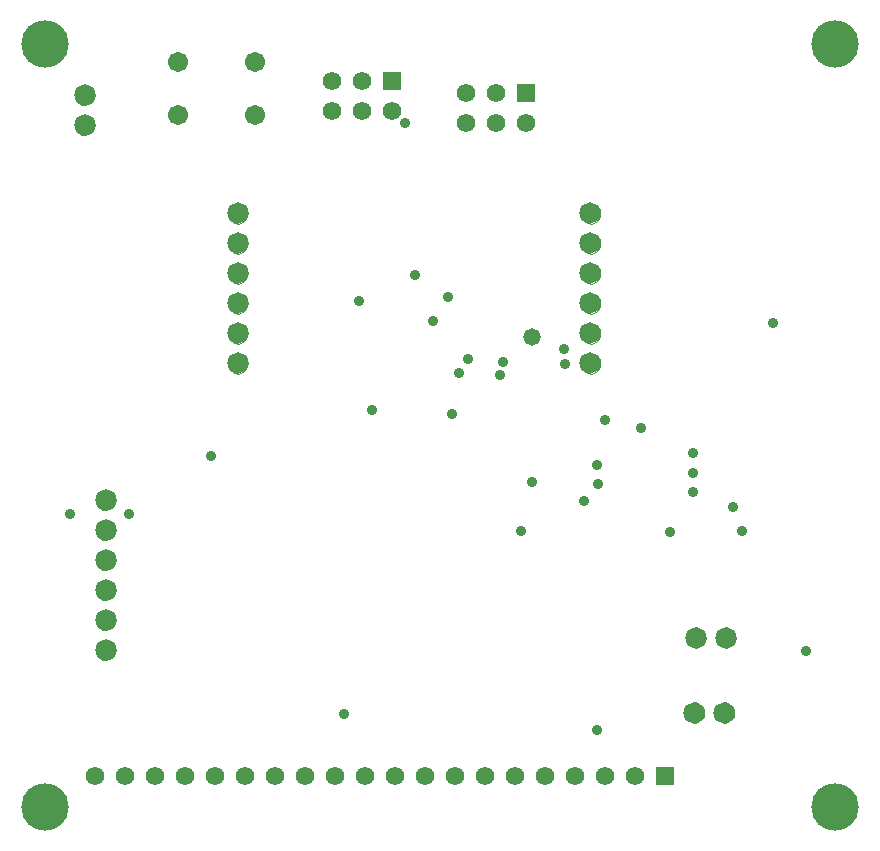
<source format=gbs>
G04*
G04 #@! TF.GenerationSoftware,Altium Limited,Altium Designer,22.0.2 (36)*
G04*
G04 Layer_Color=16711935*
%FSLAX25Y25*%
%MOIN*%
G70*
G04*
G04 #@! TF.SameCoordinates,531B55E9-8988-4262-B8BE-2375E0DFDCCA*
G04*
G04*
G04 #@! TF.FilePolarity,Negative*
G04*
G01*
G75*
%ADD30C,0.00000*%
%ADD40C,0.07178*%
%ADD41C,0.06706*%
%ADD42R,0.06194X0.06194*%
%ADD43C,0.06194*%
%ADD44C,0.15800*%
%ADD45C,0.03600*%
%ADD46C,0.05800*%
D30*
X26251Y237889D02*
X26100Y238888D01*
X25662Y239798D01*
X24974Y240539D01*
X24099Y241044D01*
X23114Y241269D01*
X22106Y241194D01*
X21166Y240824D01*
X20376Y240194D01*
X19807Y239359D01*
X19509Y238394D01*
Y237383D01*
X19807Y236418D01*
X20376Y235583D01*
X21166Y234953D01*
X22106Y234583D01*
X23114Y234508D01*
X24099Y234733D01*
X24974Y235238D01*
X25662Y235979D01*
X26100Y236889D01*
X26251Y237889D01*
Y247888D02*
X26100Y248888D01*
X25662Y249798D01*
X24974Y250539D01*
X24099Y251044D01*
X23114Y251269D01*
X22106Y251193D01*
X21166Y250824D01*
X20376Y250194D01*
X19807Y249359D01*
X19509Y248394D01*
Y247383D01*
X19807Y246418D01*
X20376Y245583D01*
X21166Y244953D01*
X22106Y244583D01*
X23114Y244508D01*
X24099Y244733D01*
X24974Y245238D01*
X25662Y245979D01*
X26100Y246889D01*
X26251Y247888D01*
X229890Y67000D02*
X229739Y67999D01*
X229301Y68910D01*
X228614Y69650D01*
X227738Y70156D01*
X226753Y70381D01*
X225746Y70305D01*
X224805Y69936D01*
X224015Y69306D01*
X223446Y68471D01*
X223148Y67505D01*
Y66495D01*
X223446Y65529D01*
X224015Y64694D01*
X224805Y64064D01*
X225746Y63695D01*
X226753Y63619D01*
X227738Y63844D01*
X228614Y64350D01*
X229301Y65090D01*
X229739Y66001D01*
X229890Y67000D01*
X239890D02*
X239739Y67999D01*
X239301Y68910D01*
X238614Y69650D01*
X237738Y70156D01*
X236753Y70381D01*
X235746Y70305D01*
X234805Y69936D01*
X234015Y69306D01*
X233446Y68471D01*
X233148Y67505D01*
Y66495D01*
X233446Y65529D01*
X234015Y64694D01*
X234805Y64064D01*
X235746Y63695D01*
X236753Y63619D01*
X237738Y63844D01*
X238614Y64350D01*
X239301Y65090D01*
X239739Y66001D01*
X239890Y67000D01*
X229390Y42000D02*
X229239Y42999D01*
X228801Y43910D01*
X228114Y44650D01*
X227238Y45156D01*
X226253Y45380D01*
X225246Y45305D01*
X224305Y44936D01*
X223515Y44306D01*
X222946Y43471D01*
X222648Y42505D01*
Y41495D01*
X222946Y40529D01*
X223515Y39694D01*
X224305Y39064D01*
X225246Y38695D01*
X226253Y38619D01*
X227238Y38844D01*
X228114Y39349D01*
X228801Y40090D01*
X229239Y41001D01*
X229390Y42000D01*
X239390D02*
X239239Y42999D01*
X238801Y43910D01*
X238114Y44650D01*
X237239Y45156D01*
X236253Y45380D01*
X235246Y45305D01*
X234305Y44936D01*
X233515Y44306D01*
X232946Y43471D01*
X232648Y42505D01*
Y41495D01*
X232946Y40529D01*
X233515Y39694D01*
X234305Y39064D01*
X235246Y38695D01*
X236253Y38619D01*
X237239Y38844D01*
X238114Y39349D01*
X238801Y40090D01*
X239239Y41001D01*
X239390Y42000D01*
X77251Y158361D02*
X77100Y159360D01*
X76662Y160271D01*
X75975Y161011D01*
X75099Y161517D01*
X74114Y161741D01*
X73106Y161666D01*
X72166Y161297D01*
X71376Y160667D01*
X70807Y159832D01*
X70509Y158866D01*
Y157856D01*
X70807Y156890D01*
X71376Y156055D01*
X72166Y155425D01*
X73106Y155056D01*
X74114Y154980D01*
X75099Y155205D01*
X75975Y155710D01*
X76662Y156451D01*
X77100Y157362D01*
X77251Y158361D01*
Y168361D02*
X77100Y169360D01*
X76662Y170271D01*
X75975Y171011D01*
X75099Y171517D01*
X74114Y171741D01*
X73106Y171666D01*
X72166Y171297D01*
X71376Y170667D01*
X70807Y169832D01*
X70509Y168866D01*
Y167856D01*
X70807Y166890D01*
X71376Y166055D01*
X72166Y165425D01*
X73106Y165056D01*
X74114Y164980D01*
X75099Y165205D01*
X75975Y165710D01*
X76662Y166451D01*
X77100Y167362D01*
X77251Y168361D01*
Y178361D02*
X77100Y179360D01*
X76662Y180271D01*
X75975Y181011D01*
X75099Y181517D01*
X74114Y181741D01*
X73106Y181666D01*
X72166Y181297D01*
X71376Y180667D01*
X70807Y179832D01*
X70509Y178866D01*
Y177856D01*
X70807Y176890D01*
X71376Y176055D01*
X72166Y175425D01*
X73106Y175056D01*
X74114Y174980D01*
X75099Y175205D01*
X75975Y175710D01*
X76662Y176451D01*
X77100Y177362D01*
X77251Y178361D01*
Y188361D02*
X77100Y189360D01*
X76662Y190271D01*
X75975Y191011D01*
X75099Y191517D01*
X74114Y191741D01*
X73106Y191666D01*
X72166Y191297D01*
X71376Y190667D01*
X70807Y189832D01*
X70509Y188866D01*
Y187856D01*
X70807Y186890D01*
X71376Y186055D01*
X72166Y185425D01*
X73106Y185056D01*
X74114Y184980D01*
X75099Y185205D01*
X75975Y185711D01*
X76662Y186451D01*
X77100Y187362D01*
X77251Y188361D01*
Y198361D02*
X77100Y199360D01*
X76662Y200271D01*
X75975Y201011D01*
X75099Y201517D01*
X74114Y201741D01*
X73106Y201666D01*
X72166Y201297D01*
X71376Y200667D01*
X70807Y199832D01*
X70509Y198866D01*
Y197856D01*
X70807Y196890D01*
X71376Y196055D01*
X72166Y195425D01*
X73106Y195056D01*
X74114Y194980D01*
X75099Y195205D01*
X75975Y195711D01*
X76662Y196451D01*
X77100Y197362D01*
X77251Y198361D01*
Y208361D02*
X77100Y209360D01*
X76662Y210271D01*
X75975Y211011D01*
X75099Y211517D01*
X74114Y211741D01*
X73106Y211666D01*
X72166Y211297D01*
X71376Y210667D01*
X70807Y209832D01*
X70509Y208866D01*
Y207856D01*
X70807Y206890D01*
X71376Y206055D01*
X72166Y205425D01*
X73106Y205056D01*
X74114Y204980D01*
X75099Y205205D01*
X75975Y205711D01*
X76662Y206451D01*
X77100Y207362D01*
X77251Y208361D01*
X194751Y158361D02*
X194600Y159360D01*
X194162Y160271D01*
X193474Y161011D01*
X192599Y161517D01*
X191614Y161741D01*
X190606Y161666D01*
X189666Y161297D01*
X188876Y160667D01*
X188307Y159832D01*
X188009Y158866D01*
Y157856D01*
X188307Y156890D01*
X188876Y156055D01*
X189666Y155425D01*
X190606Y155056D01*
X191614Y154980D01*
X192599Y155205D01*
X193474Y155710D01*
X194162Y156451D01*
X194600Y157362D01*
X194751Y158361D01*
Y168361D02*
X194600Y169360D01*
X194162Y170271D01*
X193474Y171011D01*
X192599Y171517D01*
X191614Y171741D01*
X190606Y171666D01*
X189666Y171297D01*
X188876Y170667D01*
X188307Y169832D01*
X188009Y168866D01*
Y167856D01*
X188307Y166890D01*
X188876Y166055D01*
X189666Y165425D01*
X190606Y165056D01*
X191614Y164980D01*
X192599Y165205D01*
X193474Y165710D01*
X194162Y166451D01*
X194600Y167362D01*
X194751Y168361D01*
Y178361D02*
X194600Y179360D01*
X194162Y180271D01*
X193474Y181011D01*
X192599Y181517D01*
X191614Y181741D01*
X190606Y181666D01*
X189666Y181297D01*
X188876Y180667D01*
X188307Y179832D01*
X188009Y178866D01*
Y177856D01*
X188307Y176890D01*
X188876Y176055D01*
X189666Y175425D01*
X190606Y175056D01*
X191614Y174980D01*
X192599Y175205D01*
X193474Y175710D01*
X194162Y176451D01*
X194600Y177362D01*
X194751Y178361D01*
Y188361D02*
X194600Y189360D01*
X194162Y190271D01*
X193474Y191011D01*
X192599Y191517D01*
X191614Y191741D01*
X190606Y191666D01*
X189666Y191297D01*
X188876Y190667D01*
X188307Y189832D01*
X188009Y188866D01*
Y187856D01*
X188307Y186890D01*
X188876Y186055D01*
X189666Y185425D01*
X190606Y185056D01*
X191614Y184980D01*
X192599Y185205D01*
X193474Y185711D01*
X194162Y186451D01*
X194600Y187362D01*
X194751Y188361D01*
Y198361D02*
X194600Y199360D01*
X194162Y200271D01*
X193474Y201011D01*
X192599Y201517D01*
X191614Y201741D01*
X190606Y201666D01*
X189666Y201297D01*
X188876Y200667D01*
X188307Y199832D01*
X188009Y198866D01*
Y197856D01*
X188307Y196890D01*
X188876Y196055D01*
X189666Y195425D01*
X190606Y195056D01*
X191614Y194980D01*
X192599Y195205D01*
X193474Y195711D01*
X194162Y196451D01*
X194600Y197362D01*
X194751Y198361D01*
Y208361D02*
X194600Y209360D01*
X194162Y210271D01*
X193474Y211011D01*
X192599Y211517D01*
X191614Y211741D01*
X190606Y211666D01*
X189666Y211297D01*
X188876Y210667D01*
X188307Y209832D01*
X188009Y208866D01*
Y207856D01*
X188307Y206890D01*
X188876Y206055D01*
X189666Y205425D01*
X190606Y205056D01*
X191614Y204980D01*
X192599Y205205D01*
X193474Y205711D01*
X194162Y206451D01*
X194600Y207362D01*
X194751Y208361D01*
X33251Y62888D02*
X33100Y63888D01*
X32662Y64798D01*
X31975Y65539D01*
X31099Y66044D01*
X30114Y66269D01*
X29107Y66193D01*
X28166Y65824D01*
X27376Y65194D01*
X26807Y64359D01*
X26509Y63394D01*
Y62383D01*
X26807Y61418D01*
X27376Y60583D01*
X28166Y59953D01*
X29107Y59583D01*
X30114Y59508D01*
X31099Y59733D01*
X31975Y60238D01*
X32662Y60979D01*
X33100Y61889D01*
X33251Y62888D01*
Y72888D02*
X33100Y73888D01*
X32662Y74798D01*
X31975Y75539D01*
X31099Y76044D01*
X30114Y76269D01*
X29107Y76193D01*
X28166Y75824D01*
X27376Y75194D01*
X26807Y74359D01*
X26509Y73394D01*
Y72383D01*
X26807Y71418D01*
X27376Y70583D01*
X28166Y69953D01*
X29107Y69583D01*
X30114Y69508D01*
X31099Y69733D01*
X31975Y70238D01*
X32662Y70979D01*
X33100Y71889D01*
X33251Y72888D01*
Y82889D02*
X33100Y83888D01*
X32662Y84798D01*
X31975Y85539D01*
X31099Y86044D01*
X30114Y86269D01*
X29107Y86194D01*
X28166Y85824D01*
X27376Y85194D01*
X26807Y84359D01*
X26509Y83394D01*
Y82383D01*
X26807Y81418D01*
X27376Y80583D01*
X28166Y79953D01*
X29107Y79583D01*
X30114Y79508D01*
X31099Y79733D01*
X31975Y80238D01*
X32662Y80979D01*
X33100Y81889D01*
X33251Y82889D01*
Y92888D02*
X33100Y93888D01*
X32662Y94798D01*
X31975Y95539D01*
X31099Y96044D01*
X30114Y96269D01*
X29107Y96193D01*
X28166Y95824D01*
X27376Y95194D01*
X26807Y94359D01*
X26509Y93394D01*
Y92383D01*
X26807Y91418D01*
X27376Y90583D01*
X28166Y89953D01*
X29107Y89583D01*
X30114Y89508D01*
X31099Y89733D01*
X31975Y90238D01*
X32662Y90979D01*
X33100Y91889D01*
X33251Y92888D01*
Y102888D02*
X33100Y103888D01*
X32662Y104798D01*
X31975Y105539D01*
X31099Y106044D01*
X30114Y106269D01*
X29107Y106193D01*
X28166Y105824D01*
X27376Y105194D01*
X26807Y104359D01*
X26509Y103394D01*
Y102383D01*
X26807Y101418D01*
X27376Y100583D01*
X28166Y99953D01*
X29107Y99583D01*
X30114Y99508D01*
X31099Y99733D01*
X31975Y100238D01*
X32662Y100979D01*
X33100Y101889D01*
X33251Y102888D01*
Y112888D02*
X33100Y113888D01*
X32662Y114798D01*
X31975Y115539D01*
X31099Y116044D01*
X30114Y116269D01*
X29107Y116193D01*
X28166Y115824D01*
X27376Y115194D01*
X26807Y114359D01*
X26509Y113394D01*
Y112383D01*
X26807Y111418D01*
X27376Y110583D01*
X28166Y109953D01*
X29107Y109583D01*
X30114Y109508D01*
X31099Y109733D01*
X31975Y110238D01*
X32662Y110979D01*
X33100Y111889D01*
X33251Y112888D01*
D40*
X22861Y237889D02*
D03*
Y247888D02*
D03*
X226500Y67000D02*
D03*
X236500D02*
D03*
X226000Y42000D02*
D03*
X236000D02*
D03*
X73861Y158361D02*
D03*
Y168361D02*
D03*
Y178361D02*
D03*
Y188361D02*
D03*
Y198361D02*
D03*
Y208361D02*
D03*
X191361Y158361D02*
D03*
Y168361D02*
D03*
Y178361D02*
D03*
Y188361D02*
D03*
Y198361D02*
D03*
Y208361D02*
D03*
X29861Y62888D02*
D03*
Y72888D02*
D03*
Y82889D02*
D03*
Y92888D02*
D03*
Y102889D02*
D03*
Y112889D02*
D03*
D41*
X54066Y241030D02*
D03*
Y258747D02*
D03*
X79656D02*
D03*
Y241030D02*
D03*
D42*
X125361Y252389D02*
D03*
X216361Y20888D02*
D03*
X169861Y248389D02*
D03*
D43*
X125361Y242389D02*
D03*
X115361Y252389D02*
D03*
Y242389D02*
D03*
X105361Y252389D02*
D03*
Y242389D02*
D03*
X206361Y20888D02*
D03*
X196361D02*
D03*
X186361D02*
D03*
X176361D02*
D03*
X166361D02*
D03*
X156361D02*
D03*
X146361D02*
D03*
X136361D02*
D03*
X126361D02*
D03*
X116361D02*
D03*
X106361D02*
D03*
X96361D02*
D03*
X86361D02*
D03*
X76361D02*
D03*
X66361D02*
D03*
X56361D02*
D03*
X46361D02*
D03*
X36361D02*
D03*
X26361D02*
D03*
X169861Y238388D02*
D03*
X159861Y248389D02*
D03*
Y238388D02*
D03*
X149861Y248389D02*
D03*
Y238388D02*
D03*
D44*
X9500Y10500D02*
D03*
X273000D02*
D03*
Y265000D02*
D03*
X9500D02*
D03*
D45*
X162376Y158789D02*
D03*
X37661Y108261D02*
D03*
X161361Y154661D02*
D03*
X143961Y180361D02*
D03*
X109361Y41361D02*
D03*
X225561Y128661D02*
D03*
X252161Y171853D02*
D03*
X193861Y118061D02*
D03*
X189161Y112461D02*
D03*
X238861Y110661D02*
D03*
X241861Y102461D02*
D03*
X182661Y163061D02*
D03*
X171861Y118861D02*
D03*
X196161Y139365D02*
D03*
X218061Y102161D02*
D03*
X193561Y124585D02*
D03*
X138861Y172561D02*
D03*
X133061Y187911D02*
D03*
X147561Y155061D02*
D03*
X168361Y102461D02*
D03*
X208261Y136761D02*
D03*
X225561Y115661D02*
D03*
X183061Y158263D02*
D03*
X225761Y121961D02*
D03*
X193661Y36261D02*
D03*
X150561Y159835D02*
D03*
X18061Y108061D02*
D03*
X64861Y127661D02*
D03*
X114261Y179061D02*
D03*
X129461Y238388D02*
D03*
X263261Y62461D02*
D03*
X118461Y142961D02*
D03*
X145361Y141361D02*
D03*
D46*
X172106Y167206D02*
D03*
M02*

</source>
